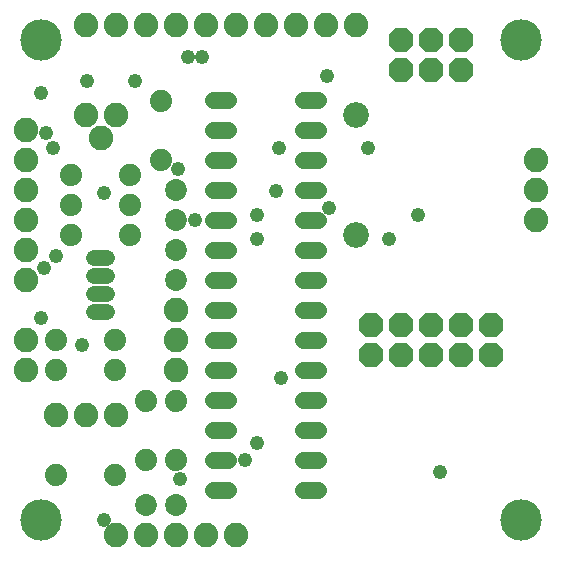
<source format=gbs>
G75*
G70*
%OFA0B0*%
%FSLAX24Y24*%
%IPPOS*%
%LPD*%
%AMOC8*
5,1,8,0,0,1.08239X$1,22.5*
%
%ADD10C,0.0740*%
%ADD11C,0.0820*%
%ADD12OC8,0.0820*%
%ADD13C,0.0860*%
%ADD14C,0.1380*%
%ADD15C,0.0560*%
%ADD16C,0.0730*%
%ADD17C,0.0530*%
%ADD18C,0.0480*%
D10*
X002571Y003100D03*
X004539Y003100D03*
X005555Y003616D03*
X006555Y003616D03*
X006555Y005584D03*
X005555Y005584D03*
X004539Y006600D03*
X004539Y007600D03*
X002571Y007600D03*
X002571Y006600D03*
X003071Y011100D03*
X003071Y012100D03*
X003071Y013100D03*
X005039Y013100D03*
X005039Y012100D03*
X005039Y011100D03*
X006055Y013616D03*
X006055Y015584D03*
D11*
X004555Y015100D03*
X004055Y014350D03*
X003555Y015100D03*
X001555Y014600D03*
X001555Y013600D03*
X001555Y012600D03*
X001555Y011600D03*
X001555Y010600D03*
X001555Y009600D03*
X001555Y007600D03*
X001555Y006600D03*
X002555Y005100D03*
X003555Y005100D03*
X004555Y005100D03*
X006555Y006600D03*
X006555Y007600D03*
X006555Y008600D03*
X006555Y001100D03*
X005555Y001100D03*
X004555Y001100D03*
X007555Y001100D03*
X008555Y001100D03*
X018555Y011600D03*
X018555Y012600D03*
X018555Y013600D03*
X012555Y018100D03*
X011555Y018100D03*
X010555Y018100D03*
X009555Y018100D03*
X008555Y018100D03*
X007555Y018100D03*
X006555Y018100D03*
X005555Y018100D03*
X004555Y018100D03*
X003555Y018100D03*
D12*
X013055Y008100D03*
X014055Y008100D03*
X015055Y008100D03*
X016055Y008100D03*
X017055Y008100D03*
X017055Y007100D03*
X016055Y007100D03*
X015055Y007100D03*
X014055Y007100D03*
X013055Y007100D03*
X014055Y016600D03*
X014055Y017600D03*
X015055Y017600D03*
X015055Y016600D03*
X016055Y016600D03*
X016055Y017600D03*
D13*
X012555Y015100D03*
X012555Y011100D03*
D14*
X002055Y001600D03*
X018055Y001600D03*
X018055Y017600D03*
X002055Y017600D03*
D15*
X007815Y015600D02*
X008295Y015600D01*
X008295Y014600D02*
X007815Y014600D01*
X007815Y013600D02*
X008295Y013600D01*
X008295Y012600D02*
X007815Y012600D01*
X007815Y011600D02*
X008295Y011600D01*
X008295Y010600D02*
X007815Y010600D01*
X007815Y009600D02*
X008295Y009600D01*
X008295Y008600D02*
X007815Y008600D01*
X007815Y007600D02*
X008295Y007600D01*
X008295Y006600D02*
X007815Y006600D01*
X007815Y005600D02*
X008295Y005600D01*
X008295Y004600D02*
X007815Y004600D01*
X007815Y003600D02*
X008295Y003600D01*
X008295Y002600D02*
X007815Y002600D01*
X010815Y002600D02*
X011295Y002600D01*
X011295Y003600D02*
X010815Y003600D01*
X010815Y004600D02*
X011295Y004600D01*
X011295Y005600D02*
X010815Y005600D01*
X010815Y006600D02*
X011295Y006600D01*
X011295Y007600D02*
X010815Y007600D01*
X010815Y008600D02*
X011295Y008600D01*
X011295Y009600D02*
X010815Y009600D01*
X010815Y010600D02*
X011295Y010600D01*
X011295Y011600D02*
X010815Y011600D01*
X010815Y012600D02*
X011295Y012600D01*
X011295Y013600D02*
X010815Y013600D01*
X010815Y014600D02*
X011295Y014600D01*
X011295Y015600D02*
X010815Y015600D01*
D16*
X006555Y012600D03*
X006555Y011600D03*
X006555Y010600D03*
X006555Y009600D03*
X006555Y002100D03*
X005555Y002100D03*
D17*
X004280Y008550D02*
X003830Y008550D01*
X003830Y009150D02*
X004280Y009150D01*
X004280Y009750D02*
X003830Y009750D01*
X003830Y010350D02*
X004280Y010350D01*
D18*
X002555Y010420D03*
X002155Y010020D03*
X002075Y008340D03*
X003435Y007460D03*
X007195Y011620D03*
X006635Y013300D03*
X004155Y012500D03*
X002475Y014020D03*
X002235Y014500D03*
X002075Y015860D03*
X003595Y016260D03*
X005195Y016260D03*
X006955Y017060D03*
X007435Y017060D03*
X009995Y014020D03*
X009915Y012580D03*
X009275Y011780D03*
X009275Y010980D03*
X011675Y012020D03*
X013675Y010980D03*
X014635Y011780D03*
X012955Y014020D03*
X011595Y016420D03*
X010075Y006340D03*
X009275Y004180D03*
X008875Y003620D03*
X006715Y002980D03*
X004155Y001620D03*
X015355Y003220D03*
M02*

</source>
